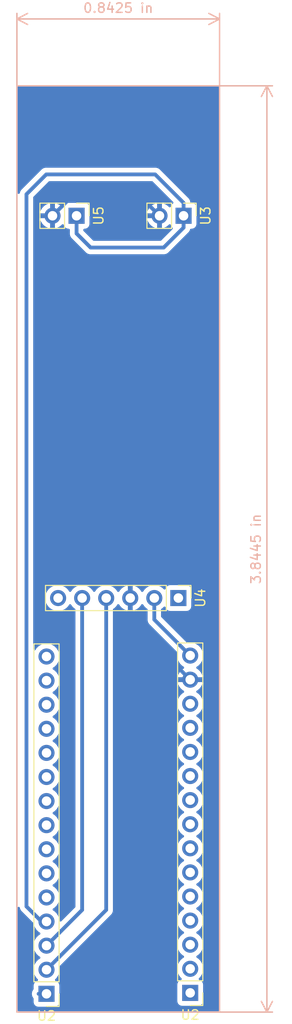
<source format=kicad_pcb>
(kicad_pcb (version 20171130) (host pcbnew "(5.1.5)-3")

  (general
    (thickness 1.6)
    (drawings 9)
    (tracks 28)
    (zones 0)
    (modules 5)
    (nets 6)
  )

  (page A4 portrait)
  (title_block
    (title "Vibrador Arduino por Bluetooth")
    (date 2020-04-06)
    (rev "CARRO, Nahuel ")
    (company "Ojo de Van Gogh")
    (comment 1 "Debe fabricarse en un PCB Flexible")
    (comment 2 "Se utiliza en la muñeca del usuario")
  )

  (layers
    (0 F.Cu signal)
    (31 B.Cu signal)
    (32 B.Adhes user)
    (33 F.Adhes user)
    (34 B.Paste user)
    (35 F.Paste user)
    (36 B.SilkS user)
    (37 F.SilkS user)
    (38 B.Mask user)
    (39 F.Mask user)
    (40 Dwgs.User user)
    (41 Cmts.User user)
    (42 Eco1.User user)
    (43 Eco2.User user)
    (44 Edge.Cuts user)
    (45 Margin user)
    (46 B.CrtYd user)
    (47 F.CrtYd user)
    (48 B.Fab user)
    (49 F.Fab user)
  )

  (setup
    (last_trace_width 0.25)
    (user_trace_width 0.4)
    (trace_clearance 0.2)
    (zone_clearance 0.508)
    (zone_45_only no)
    (trace_min 0.2)
    (via_size 0.8)
    (via_drill 0.4)
    (via_min_size 0.4)
    (via_min_drill 0.3)
    (uvia_size 0.3)
    (uvia_drill 0.1)
    (uvias_allowed no)
    (uvia_min_size 0.2)
    (uvia_min_drill 0.1)
    (edge_width 0.1)
    (segment_width 0.2)
    (pcb_text_width 0.3)
    (pcb_text_size 1.5 1.5)
    (mod_edge_width 0.15)
    (mod_text_size 1 1)
    (mod_text_width 0.15)
    (pad_size 1.7 1.7)
    (pad_drill 1)
    (pad_to_mask_clearance 0)
    (aux_axis_origin 0 0)
    (visible_elements 7FFFFFFF)
    (pcbplotparams
      (layerselection 0x00000_fffffffe)
      (usegerberextensions false)
      (usegerberattributes false)
      (usegerberadvancedattributes false)
      (creategerberjobfile false)
      (excludeedgelayer true)
      (linewidth 0.100000)
      (plotframeref false)
      (viasonmask false)
      (mode 1)
      (useauxorigin false)
      (hpglpennumber 1)
      (hpglpenspeed 20)
      (hpglpendiameter 15.000000)
      (psnegative false)
      (psa4output false)
      (plotreference true)
      (plotvalue true)
      (plotinvisibletext false)
      (padsonsilk false)
      (subtractmaskfromsilk false)
      (outputformat 4)
      (mirror false)
      (drillshape 0)
      (scaleselection 1)
      (outputdirectory ""))
  )

  (net 0 "")
  (net 1 D9)
  (net 2 GND)
  (net 3 VIN)
  (net 4 RX)
  (net 5 TX)

  (net_class Default "Esta es la clase de red por defecto."
    (clearance 0.2)
    (trace_width 0.25)
    (via_dia 0.8)
    (via_drill 0.4)
    (uvia_dia 0.3)
    (uvia_drill 0.1)
    (add_net D9)
    (add_net GND)
    (add_net RX)
    (add_net TX)
    (add_net VIN)
  )

  (module Connector_PinHeader_2.54mm:PinHeader_1x15_P2.54mm_Vertical (layer F.Cu) (tedit 5E8A2D47) (tstamp 5E8A6F50)
    (at 91.711 163.520999 180)
    (descr "Through hole straight pin header, 1x15, 2.54mm pitch, single row")
    (tags "Through hole pin header THT 1x15 2.54mm single row")
    (path /5E6EAAF3)
    (fp_text reference U2 (at 0 -2.33) (layer F.SilkS)
      (effects (font (size 1 1) (thickness 0.15)))
    )
    (fp_text value ArduinoNANO (at 0 37.89) (layer F.Fab)
      (effects (font (size 1 1) (thickness 0.15)))
    )
    (fp_line (start -0.635 -1.27) (end 1.27 -1.27) (layer F.Fab) (width 0.1))
    (fp_line (start 1.27 -1.27) (end 1.27 36.83) (layer F.Fab) (width 0.1))
    (fp_line (start 1.27 36.83) (end -1.27 36.83) (layer F.Fab) (width 0.1))
    (fp_line (start -1.27 36.83) (end -1.27 -0.635) (layer F.Fab) (width 0.1))
    (fp_line (start -1.27 -0.635) (end -0.635 -1.27) (layer F.Fab) (width 0.1))
    (fp_line (start -1.33 36.89) (end 1.33 36.89) (layer F.SilkS) (width 0.12))
    (fp_line (start -1.33 1.27) (end -1.33 36.89) (layer F.SilkS) (width 0.12))
    (fp_line (start 1.33 1.27) (end 1.33 36.89) (layer F.SilkS) (width 0.12))
    (fp_line (start -1.33 1.27) (end 1.33 1.27) (layer F.SilkS) (width 0.12))
    (fp_line (start -1.33 0) (end -1.33 -1.33) (layer F.SilkS) (width 0.12))
    (fp_line (start -1.33 -1.33) (end 0 -1.33) (layer F.SilkS) (width 0.12))
    (fp_line (start -1.8 -1.8) (end -1.8 37.35) (layer F.CrtYd) (width 0.05))
    (fp_line (start -1.8 37.35) (end 1.8 37.35) (layer F.CrtYd) (width 0.05))
    (fp_line (start 1.8 37.35) (end 1.8 -1.8) (layer F.CrtYd) (width 0.05))
    (fp_line (start 1.8 -1.8) (end -1.8 -1.8) (layer F.CrtYd) (width 0.05))
    (fp_text user %R (at 0 17.78 270) (layer F.Fab)
      (effects (font (size 1 1) (thickness 0.15)))
    )
    (pad 1 thru_hole rect (at 0 0 180) (size 1.7 1.7) (drill 1) (layers *.Cu *.Mask))
    (pad 2 thru_hole oval (at 0 2.54 180) (size 1.7 1.7) (drill 1) (layers *.Cu *.Mask)
      (net 4 RX))
    (pad 3 thru_hole oval (at 0 5.08 180) (size 1.7 1.7) (drill 1) (layers *.Cu *.Mask)
      (net 5 TX))
    (pad 4 thru_hole oval (at 0 7.62 180) (size 1.7 1.7) (drill 1) (layers *.Cu *.Mask)
      (net 1 D9))
    (pad 5 thru_hole oval (at 0 10.16 180) (size 1.7 1.7) (drill 1) (layers *.Cu *.Mask))
    (pad 6 thru_hole oval (at 0 12.7 180) (size 1.7 1.7) (drill 1) (layers *.Cu *.Mask))
    (pad 7 thru_hole oval (at 0 15.24 180) (size 1.7 1.7) (drill 1) (layers *.Cu *.Mask))
    (pad 8 thru_hole oval (at 0 17.78 180) (size 1.7 1.7) (drill 1) (layers *.Cu *.Mask))
    (pad 9 thru_hole oval (at 0 20.32 180) (size 1.7 1.7) (drill 1) (layers *.Cu *.Mask))
    (pad 10 thru_hole oval (at 0 22.86 180) (size 1.7 1.7) (drill 1) (layers *.Cu *.Mask))
    (pad 11 thru_hole oval (at 0 25.4 180) (size 1.7 1.7) (drill 1) (layers *.Cu *.Mask))
    (pad 12 thru_hole oval (at 0 27.94 180) (size 1.7 1.7) (drill 1) (layers *.Cu *.Mask))
    (pad 13 thru_hole oval (at 0 30.48 180) (size 1.7 1.7) (drill 1) (layers *.Cu *.Mask))
    (pad 14 thru_hole oval (at 0 33.02 180) (size 1.7 1.7) (drill 1) (layers *.Cu *.Mask))
    (pad 15 thru_hole oval (at 0 35.56 180) (size 1.7 1.7) (drill 1) (layers *.Cu *.Mask))
    (model ${KISYS3DMOD}/Connector_PinHeader_2.54mm.3dshapes/PinHeader_1x15_P2.54mm_Vertical.wrl
      (at (xyz 0 0 0))
      (scale (xyz 1 1 1))
      (rotate (xyz 0 0 0))
    )
  )

  (module Connector_PinHeader_2.54mm:PinHeader_1x15_P2.54mm_Vertical (layer F.Cu) (tedit 5E8A2BAE) (tstamp 5E8A6B2A)
    (at 106.885999 163.420999 180)
    (descr "Through hole straight pin header, 1x15, 2.54mm pitch, single row")
    (tags "Through hole pin header THT 1x15 2.54mm single row")
    (path /5E6EAAF3)
    (fp_text reference U2 (at 0 -2.33) (layer F.SilkS)
      (effects (font (size 1 1) (thickness 0.15)))
    )
    (fp_text value ArduinoNANO (at 0 37.89) (layer F.Fab)
      (effects (font (size 1 1) (thickness 0.15)))
    )
    (fp_text user %R (at 0 17.78 270) (layer F.Fab)
      (effects (font (size 1 1) (thickness 0.15)))
    )
    (fp_line (start 1.8 -1.8) (end -1.8 -1.8) (layer F.CrtYd) (width 0.05))
    (fp_line (start 1.8 37.35) (end 1.8 -1.8) (layer F.CrtYd) (width 0.05))
    (fp_line (start -1.8 37.35) (end 1.8 37.35) (layer F.CrtYd) (width 0.05))
    (fp_line (start -1.8 -1.8) (end -1.8 37.35) (layer F.CrtYd) (width 0.05))
    (fp_line (start -1.33 -1.33) (end 0 -1.33) (layer F.SilkS) (width 0.12))
    (fp_line (start -1.33 0) (end -1.33 -1.33) (layer F.SilkS) (width 0.12))
    (fp_line (start -1.33 1.27) (end 1.33 1.27) (layer F.SilkS) (width 0.12))
    (fp_line (start 1.33 1.27) (end 1.33 36.89) (layer F.SilkS) (width 0.12))
    (fp_line (start -1.33 1.27) (end -1.33 36.89) (layer F.SilkS) (width 0.12))
    (fp_line (start -1.33 36.89) (end 1.33 36.89) (layer F.SilkS) (width 0.12))
    (fp_line (start -1.27 -0.635) (end -0.635 -1.27) (layer F.Fab) (width 0.1))
    (fp_line (start -1.27 36.83) (end -1.27 -0.635) (layer F.Fab) (width 0.1))
    (fp_line (start 1.27 36.83) (end -1.27 36.83) (layer F.Fab) (width 0.1))
    (fp_line (start 1.27 -1.27) (end 1.27 36.83) (layer F.Fab) (width 0.1))
    (fp_line (start -0.635 -1.27) (end 1.27 -1.27) (layer F.Fab) (width 0.1))
    (pad 15 thru_hole oval (at 0 35.56 180) (size 1.7 1.7) (drill 1) (layers *.Cu *.Mask)
      (net 3 VIN))
    (pad 14 thru_hole oval (at 0 33.02 180) (size 1.7 1.7) (drill 1) (layers *.Cu *.Mask)
      (net 2 GND))
    (pad 13 thru_hole oval (at 0 30.48 180) (size 1.7 1.7) (drill 1) (layers *.Cu *.Mask))
    (pad 12 thru_hole oval (at 0 27.94 180) (size 1.7 1.7) (drill 1) (layers *.Cu *.Mask))
    (pad 11 thru_hole oval (at 0 25.4 180) (size 1.7 1.7) (drill 1) (layers *.Cu *.Mask))
    (pad 10 thru_hole oval (at 0 22.86 180) (size 1.7 1.7) (drill 1) (layers *.Cu *.Mask))
    (pad 9 thru_hole oval (at 0 20.32 180) (size 1.7 1.7) (drill 1) (layers *.Cu *.Mask))
    (pad 8 thru_hole oval (at 0 17.78 180) (size 1.7 1.7) (drill 1) (layers *.Cu *.Mask))
    (pad 7 thru_hole oval (at 0 15.24 180) (size 1.7 1.7) (drill 1) (layers *.Cu *.Mask))
    (pad 6 thru_hole oval (at 0 12.7 180) (size 1.7 1.7) (drill 1) (layers *.Cu *.Mask))
    (pad 5 thru_hole oval (at 0 10.16 180) (size 1.7 1.7) (drill 1) (layers *.Cu *.Mask))
    (pad 4 thru_hole oval (at 0 7.62 180) (size 1.7 1.7) (drill 1) (layers *.Cu *.Mask))
    (pad 3 thru_hole oval (at 0 5.08 180) (size 1.7 1.7) (drill 1) (layers *.Cu *.Mask))
    (pad 2 thru_hole oval (at 0 2.54 180) (size 1.7 1.7) (drill 1) (layers *.Cu *.Mask))
    (pad 1 thru_hole rect (at 0 0 180) (size 1.7 1.7) (drill 1) (layers *.Cu *.Mask))
    (model ${KISYS3DMOD}/Connector_PinHeader_2.54mm.3dshapes/PinHeader_1x15_P2.54mm_Vertical.wrl
      (at (xyz 0 0 0))
      (scale (xyz 1 1 1))
      (rotate (xyz 0 0 0))
    )
  )

  (module Connector_PinHeader_2.54mm:PinHeader_1x02_P2.54mm_Vertical (layer F.Cu) (tedit 59FED5CC) (tstamp 5E8A74AF)
    (at 106.186 81.496 270)
    (descr "Through hole straight pin header, 1x02, 2.54mm pitch, single row")
    (tags "Through hole pin header THT 1x02 2.54mm single row")
    (path /5E6F1D29)
    (fp_text reference U3 (at 0 -2.33 270) (layer F.SilkS)
      (effects (font (size 1 1) (thickness 0.15)))
    )
    (fp_text value Buzzer (at 0 4.87 270) (layer F.Fab)
      (effects (font (size 1 1) (thickness 0.15)))
    )
    (fp_line (start -0.635 -1.27) (end 1.27 -1.27) (layer F.Fab) (width 0.1))
    (fp_line (start 1.27 -1.27) (end 1.27 3.81) (layer F.Fab) (width 0.1))
    (fp_line (start 1.27 3.81) (end -1.27 3.81) (layer F.Fab) (width 0.1))
    (fp_line (start -1.27 3.81) (end -1.27 -0.635) (layer F.Fab) (width 0.1))
    (fp_line (start -1.27 -0.635) (end -0.635 -1.27) (layer F.Fab) (width 0.1))
    (fp_line (start -1.33 3.87) (end 1.33 3.87) (layer F.SilkS) (width 0.12))
    (fp_line (start -1.33 1.27) (end -1.33 3.87) (layer F.SilkS) (width 0.12))
    (fp_line (start 1.33 1.27) (end 1.33 3.87) (layer F.SilkS) (width 0.12))
    (fp_line (start -1.33 1.27) (end 1.33 1.27) (layer F.SilkS) (width 0.12))
    (fp_line (start -1.33 0) (end -1.33 -1.33) (layer F.SilkS) (width 0.12))
    (fp_line (start -1.33 -1.33) (end 0 -1.33) (layer F.SilkS) (width 0.12))
    (fp_line (start -1.8 -1.8) (end -1.8 4.35) (layer F.CrtYd) (width 0.05))
    (fp_line (start -1.8 4.35) (end 1.8 4.35) (layer F.CrtYd) (width 0.05))
    (fp_line (start 1.8 4.35) (end 1.8 -1.8) (layer F.CrtYd) (width 0.05))
    (fp_line (start 1.8 -1.8) (end -1.8 -1.8) (layer F.CrtYd) (width 0.05))
    (fp_text user %R (at 0 1.27 180) (layer F.Fab)
      (effects (font (size 1 1) (thickness 0.15)))
    )
    (pad 1 thru_hole rect (at 0 0 270) (size 1.7 1.7) (drill 1) (layers *.Cu *.Mask)
      (net 1 D9))
    (pad 2 thru_hole oval (at 0 2.54 270) (size 1.7 1.7) (drill 1) (layers *.Cu *.Mask)
      (net 2 GND))
    (model ${KISYS3DMOD}/Connector_PinHeader_2.54mm.3dshapes/PinHeader_1x02_P2.54mm_Vertical.wrl
      (at (xyz 0 0 0))
      (scale (xyz 1 1 1))
      (rotate (xyz 0 0 0))
    )
  )

  (module Connector_PinHeader_2.54mm:PinHeader_1x02_P2.54mm_Vertical (layer F.Cu) (tedit 59FED5CC) (tstamp 5E8A6A5C)
    (at 94.886 81.496 270)
    (descr "Through hole straight pin header, 1x02, 2.54mm pitch, single row")
    (tags "Through hole pin header THT 1x02 2.54mm single row")
    (path /5E8A4DBD)
    (fp_text reference U5 (at 0 -2.33 270) (layer F.SilkS)
      (effects (font (size 1 1) (thickness 0.15)))
    )
    (fp_text value Buzzer (at 0 4.87 270) (layer F.Fab)
      (effects (font (size 1 1) (thickness 0.15)))
    )
    (fp_text user %R (at 0 1.27 180) (layer F.Fab)
      (effects (font (size 1 1) (thickness 0.15)))
    )
    (fp_line (start 1.8 -1.8) (end -1.8 -1.8) (layer F.CrtYd) (width 0.05))
    (fp_line (start 1.8 4.35) (end 1.8 -1.8) (layer F.CrtYd) (width 0.05))
    (fp_line (start -1.8 4.35) (end 1.8 4.35) (layer F.CrtYd) (width 0.05))
    (fp_line (start -1.8 -1.8) (end -1.8 4.35) (layer F.CrtYd) (width 0.05))
    (fp_line (start -1.33 -1.33) (end 0 -1.33) (layer F.SilkS) (width 0.12))
    (fp_line (start -1.33 0) (end -1.33 -1.33) (layer F.SilkS) (width 0.12))
    (fp_line (start -1.33 1.27) (end 1.33 1.27) (layer F.SilkS) (width 0.12))
    (fp_line (start 1.33 1.27) (end 1.33 3.87) (layer F.SilkS) (width 0.12))
    (fp_line (start -1.33 1.27) (end -1.33 3.87) (layer F.SilkS) (width 0.12))
    (fp_line (start -1.33 3.87) (end 1.33 3.87) (layer F.SilkS) (width 0.12))
    (fp_line (start -1.27 -0.635) (end -0.635 -1.27) (layer F.Fab) (width 0.1))
    (fp_line (start -1.27 3.81) (end -1.27 -0.635) (layer F.Fab) (width 0.1))
    (fp_line (start 1.27 3.81) (end -1.27 3.81) (layer F.Fab) (width 0.1))
    (fp_line (start 1.27 -1.27) (end 1.27 3.81) (layer F.Fab) (width 0.1))
    (fp_line (start -0.635 -1.27) (end 1.27 -1.27) (layer F.Fab) (width 0.1))
    (pad 2 thru_hole oval (at 0 2.54 270) (size 1.7 1.7) (drill 1) (layers *.Cu *.Mask)
      (net 2 GND))
    (pad 1 thru_hole rect (at 0 0 270) (size 1.7 1.7) (drill 1) (layers *.Cu *.Mask)
      (net 1 D9))
    (model ${KISYS3DMOD}/Connector_PinHeader_2.54mm.3dshapes/PinHeader_1x02_P2.54mm_Vertical.wrl
      (at (xyz 0 0 0))
      (scale (xyz 1 1 1))
      (rotate (xyz 0 0 0))
    )
  )

  (module Connector_PinHeader_2.54mm:PinHeader_1x06_P2.54mm_Vertical (layer F.Cu) (tedit 5E8A28D7) (tstamp 5E8A7B30)
    (at 105.636 121.796 270)
    (descr "Through hole straight pin header, 1x06, 2.54mm pitch, single row")
    (tags "Through hole pin header THT 1x06 2.54mm single row")
    (path /5E6EC1C3)
    (fp_text reference U4 (at 0 -2.33 270) (layer F.SilkS)
      (effects (font (size 1 1) (thickness 0.15)))
    )
    (fp_text value HC-05 (at 0 15.03 270) (layer F.Fab)
      (effects (font (size 1 1) (thickness 0.15)))
    )
    (fp_line (start -0.635 -1.27) (end 1.27 -1.27) (layer F.Fab) (width 0.1))
    (fp_line (start 1.27 -1.27) (end 1.27 13.97) (layer F.Fab) (width 0.1))
    (fp_line (start 1.27 13.97) (end -1.27 13.97) (layer F.Fab) (width 0.1))
    (fp_line (start -1.27 13.97) (end -1.27 -0.635) (layer F.Fab) (width 0.1))
    (fp_line (start -1.27 -0.635) (end -0.635 -1.27) (layer F.Fab) (width 0.1))
    (fp_line (start -1.33 14.03) (end 1.33 14.03) (layer F.SilkS) (width 0.12))
    (fp_line (start -1.33 1.27) (end -1.33 14.03) (layer F.SilkS) (width 0.12))
    (fp_line (start 1.33 1.27) (end 1.33 14.03) (layer F.SilkS) (width 0.12))
    (fp_line (start -1.33 1.27) (end 1.33 1.27) (layer F.SilkS) (width 0.12))
    (fp_line (start -1.33 0) (end -1.33 -1.33) (layer F.SilkS) (width 0.12))
    (fp_line (start -1.33 -1.33) (end 0 -1.33) (layer F.SilkS) (width 0.12))
    (fp_line (start -1.8 -1.8) (end -1.8 14.5) (layer F.CrtYd) (width 0.05))
    (fp_line (start -1.8 14.5) (end 1.8 14.5) (layer F.CrtYd) (width 0.05))
    (fp_line (start 1.8 14.5) (end 1.8 -1.8) (layer F.CrtYd) (width 0.05))
    (fp_line (start 1.8 -1.8) (end -1.8 -1.8) (layer F.CrtYd) (width 0.05))
    (fp_text user %R (at 0 6.35 180) (layer F.Fab)
      (effects (font (size 1 1) (thickness 0.15)))
    )
    (pad 1 thru_hole rect (at 0 0 270) (size 1.7 1.7) (drill 1) (layers *.Cu *.Mask))
    (pad 2 thru_hole oval (at 0 2.54 270) (size 1.7 1.7) (drill 1) (layers *.Cu *.Mask)
      (net 3 VIN))
    (pad 3 thru_hole oval (at 0 5.08 270) (size 1.7 1.7) (drill 1) (layers *.Cu *.Mask)
      (net 2 GND))
    (pad 4 thru_hole oval (at 0 7.62 270) (size 1.7 1.7) (drill 1) (layers *.Cu *.Mask)
      (net 4 RX))
    (pad 5 thru_hole oval (at 0 10.16 270) (size 1.7 1.7) (drill 1) (layers *.Cu *.Mask)
      (net 5 TX))
    (pad 6 thru_hole oval (at 0 12.7 270) (size 1.7 1.7) (drill 1) (layers *.Cu *.Mask))
    (model ${KISYS3DMOD}/Connector_PinHeader_2.54mm.3dshapes/PinHeader_1x06_P2.54mm_Vertical.wrl
      (at (xyz 0 0 0))
      (scale (xyz 1 1 1))
      (rotate (xyz 0 0 0))
    )
  )

  (dimension 21.4 (width 0.15) (layer B.SilkS)
    (gr_text "21,400 mm" (at 99.286 59.446) (layer B.SilkS)
      (effects (font (size 1 1) (thickness 0.15)))
    )
    (feature1 (pts (xy 109.986 67.796) (xy 109.986 60.159579)))
    (feature2 (pts (xy 88.586 67.796) (xy 88.586 60.159579)))
    (crossbar (pts (xy 88.586 60.746) (xy 109.986 60.746)))
    (arrow1a (pts (xy 109.986 60.746) (xy 108.859496 61.332421)))
    (arrow1b (pts (xy 109.986 60.746) (xy 108.859496 60.159579)))
    (arrow2a (pts (xy 88.586 60.746) (xy 89.712504 61.332421)))
    (arrow2b (pts (xy 88.586 60.746) (xy 89.712504 60.159579)))
  )
  (dimension 97.65 (width 0.15) (layer B.SilkS)
    (gr_text "97,650 mm" (at 116.286 116.621 90) (layer B.SilkS)
      (effects (font (size 1 1) (thickness 0.15)))
    )
    (feature1 (pts (xy 109.986 67.796) (xy 115.572421 67.796)))
    (feature2 (pts (xy 109.986 165.446) (xy 115.572421 165.446)))
    (crossbar (pts (xy 114.986 165.446) (xy 114.986 67.796)))
    (arrow1a (pts (xy 114.986 67.796) (xy 115.572421 68.922504)))
    (arrow1b (pts (xy 114.986 67.796) (xy 114.399579 68.922504)))
    (arrow2a (pts (xy 114.986 165.446) (xy 115.572421 164.319496)))
    (arrow2b (pts (xy 114.986 165.446) (xy 114.399579 164.319496)))
  )
  (gr_line (start 109.986 165.446) (end 109.986 83.296) (layer B.SilkS) (width 0.15))
  (gr_line (start 88.586 165.446) (end 109.986 165.446) (layer B.SilkS) (width 0.15))
  (gr_line (start 88.586 83.196) (end 88.586 165.446) (layer B.SilkS) (width 0.15))
  (gr_line (start 108.086 67.796) (end 109.986 67.796) (layer B.SilkS) (width 0.15))
  (gr_line (start 109.986 83.296) (end 109.986 67.796) (layer B.SilkS) (width 0.15))
  (gr_line (start 88.586 67.796) (end 108.086 67.796) (layer B.SilkS) (width 0.15))
  (gr_line (start 88.586 83.196) (end 88.586 67.796) (layer B.SilkS) (width 0.15))

  (segment (start 90.876999 163.520999) (end 91.186 163.520999) (width 0.4) (layer B.Cu) (net 0))
  (segment (start 94.886 83.366) (end 94.886 81.496) (width 0.4) (layer B.Cu) (net 1))
  (segment (start 96.366 84.846) (end 94.886 83.366) (width 0.4) (layer B.Cu) (net 1))
  (segment (start 104.086 84.846) (end 96.366 84.846) (width 0.4) (layer B.Cu) (net 1))
  (segment (start 106.186 81.496) (end 106.186 82.746) (width 0.4) (layer B.Cu) (net 1))
  (segment (start 106.186 82.746) (end 104.086 84.846) (width 0.4) (layer B.Cu) (net 1))
  (segment (start 90.336001 155.051) (end 91.186 155.900999) (width 0.4) (layer B.Cu) (net 1))
  (segment (start 106.186 80.136) (end 103.186 77.136) (width 0.4) (layer B.Cu) (net 1))
  (segment (start 106.186 82.746) (end 106.186 80.136) (width 0.4) (layer B.Cu) (net 1))
  (segment (start 103.186 77.136) (end 91.686 77.136) (width 0.4) (layer B.Cu) (net 1))
  (segment (start 91.686 77.136) (end 89.596 79.226) (width 0.4) (layer B.Cu) (net 1))
  (segment (start 89.596 79.226) (end 89.596 154.310999) (width 0.4) (layer B.Cu) (net 1))
  (segment (start 89.596 154.310999) (end 90.336001 155.051) (width 0.4) (layer B.Cu) (net 1))
  (segment (start 103.646 81.496) (end 101.446 79.296) (width 0.4) (layer B.Cu) (net 2))
  (segment (start 94.546 79.296) (end 92.346 81.496) (width 0.4) (layer B.Cu) (net 2))
  (segment (start 101.446 79.296) (end 94.546 79.296) (width 0.4) (layer B.Cu) (net 2))
  (segment (start 100.556 121.796) (end 100.556 94.46) (width 0.4) (layer B.Cu) (net 2))
  (segment (start 92.346 86.25) (end 92.346 81.496) (width 0.4) (layer B.Cu) (net 2))
  (segment (start 100.556 94.46) (end 92.346 86.25) (width 0.4) (layer B.Cu) (net 2))
  (segment (start 106.885999 130.400999) (end 101.081 124.596) (width 0.4) (layer B.Cu) (net 2))
  (segment (start 100.556 124.071) (end 101.081 124.596) (width 0.4) (layer B.Cu) (net 2))
  (segment (start 100.556 121.796) (end 100.556 124.071) (width 0.4) (layer B.Cu) (net 2))
  (segment (start 103.096 124.071) (end 103.096 121.796) (width 0.4) (layer B.Cu) (net 3))
  (segment (start 106.885999 127.860999) (end 103.096 124.071) (width 0.4) (layer B.Cu) (net 3))
  (segment (start 98.016 154.675999) (end 91.711 160.980999) (width 0.4) (layer B.Cu) (net 4))
  (segment (start 98.016 121.796) (end 98.016 154.675999) (width 0.4) (layer B.Cu) (net 4))
  (segment (start 95.476 154.675999) (end 95.476 121.796) (width 0.4) (layer B.Cu) (net 5))
  (segment (start 91.711 158.440999) (end 95.476 154.675999) (width 0.4) (layer B.Cu) (net 5))

  (zone (net 2) (net_name GND) (layer B.Cu) (tstamp 5E8B3039) (hatch edge 0.508)
    (connect_pads (clearance 0.508))
    (min_thickness 0.254)
    (fill yes (arc_segments 32) (thermal_gap 0.508) (thermal_bridge_width 0.508))
    (polygon
      (pts
        (xy 109.982 165.354) (xy 88.646 165.354) (xy 88.646 67.818) (xy 109.982 67.818)
      )
    )
    (filled_polygon
      (pts
        (xy 109.855 165.227) (xy 88.773 165.227) (xy 88.773 154.473854) (xy 88.773082 154.474687) (xy 88.820828 154.632085)
        (xy 88.898364 154.777144) (xy 88.921907 154.805831) (xy 89.00271 154.90429) (xy 89.034574 154.93044) (xy 89.774571 155.670438)
        (xy 89.774576 155.670442) (xy 90.244525 156.140392) (xy 90.283068 156.334157) (xy 90.39501 156.60441) (xy 90.557525 156.847631)
        (xy 90.764368 157.054474) (xy 90.93876 157.170999) (xy 90.764368 157.287524) (xy 90.557525 157.494367) (xy 90.39501 157.737588)
        (xy 90.283068 158.007841) (xy 90.226 158.294739) (xy 90.226 158.587259) (xy 90.283068 158.874157) (xy 90.39501 159.14441)
        (xy 90.557525 159.387631) (xy 90.764368 159.594474) (xy 90.93876 159.710999) (xy 90.764368 159.827524) (xy 90.557525 160.034367)
        (xy 90.39501 160.277588) (xy 90.283068 160.547841) (xy 90.226 160.834739) (xy 90.226 161.127259) (xy 90.283068 161.414157)
        (xy 90.39501 161.68441) (xy 90.557525 161.927631) (xy 90.68938 162.059486) (xy 90.61682 162.081497) (xy 90.506506 162.140462)
        (xy 90.409815 162.219814) (xy 90.330463 162.316505) (xy 90.271498 162.426819) (xy 90.235188 162.546517) (xy 90.222928 162.670999)
        (xy 90.222928 163.001769) (xy 90.179363 163.054853) (xy 90.101827 163.199912) (xy 90.054081 163.35731) (xy 90.037959 163.520999)
        (xy 90.054081 163.684688) (xy 90.101827 163.842086) (xy 90.179363 163.987145) (xy 90.222928 164.040229) (xy 90.222928 164.370999)
        (xy 90.235188 164.495481) (xy 90.271498 164.615179) (xy 90.330463 164.725493) (xy 90.409815 164.822184) (xy 90.506506 164.901536)
        (xy 90.61682 164.960501) (xy 90.736518 164.996811) (xy 90.861 165.009071) (xy 92.561 165.009071) (xy 92.685482 164.996811)
        (xy 92.80518 164.960501) (xy 92.915494 164.901536) (xy 93.012185 164.822184) (xy 93.091537 164.725493) (xy 93.150502 164.615179)
        (xy 93.186812 164.495481) (xy 93.199072 164.370999) (xy 93.199072 162.670999) (xy 93.189224 162.570999) (xy 105.397927 162.570999)
        (xy 105.397927 164.270999) (xy 105.410187 164.395481) (xy 105.446497 164.515179) (xy 105.505462 164.625493) (xy 105.584814 164.722184)
        (xy 105.681505 164.801536) (xy 105.791819 164.860501) (xy 105.911517 164.896811) (xy 106.035999 164.909071) (xy 107.735999 164.909071)
        (xy 107.860481 164.896811) (xy 107.980179 164.860501) (xy 108.090493 164.801536) (xy 108.187184 164.722184) (xy 108.266536 164.625493)
        (xy 108.325501 164.515179) (xy 108.361811 164.395481) (xy 108.374071 164.270999) (xy 108.374071 162.570999) (xy 108.361811 162.446517)
        (xy 108.325501 162.326819) (xy 108.266536 162.216505) (xy 108.187184 162.119814) (xy 108.090493 162.040462) (xy 107.980179 161.981497)
        (xy 107.907619 161.959486) (xy 108.039474 161.827631) (xy 108.201989 161.58441) (xy 108.313931 161.314157) (xy 108.370999 161.027259)
        (xy 108.370999 160.734739) (xy 108.313931 160.447841) (xy 108.201989 160.177588) (xy 108.039474 159.934367) (xy 107.832631 159.727524)
        (xy 107.658239 159.610999) (xy 107.832631 159.494474) (xy 108.039474 159.287631) (xy 108.201989 159.04441) (xy 108.313931 158.774157)
        (xy 108.370999 158.487259) (xy 108.370999 158.194739) (xy 108.313931 157.907841) (xy 108.201989 157.637588) (xy 108.039474 157.394367)
        (xy 107.832631 157.187524) (xy 107.658239 157.070999) (xy 107.832631 156.954474) (xy 108.039474 156.747631) (xy 108.201989 156.50441)
        (xy 108.313931 156.234157) (xy 108.370999 155.947259) (xy 108.370999 155.654739) (xy 108.313931 155.367841) (xy 108.201989 155.097588)
        (xy 108.039474 154.854367) (xy 107.832631 154.647524) (xy 107.658239 154.530999) (xy 107.832631 154.414474) (xy 108.039474 154.207631)
        (xy 108.201989 153.96441) (xy 108.313931 153.694157) (xy 108.370999 153.407259) (xy 108.370999 153.114739) (xy 108.313931 152.827841)
        (xy 108.201989 152.557588) (xy 108.039474 152.314367) (xy 107.832631 152.107524) (xy 107.658239 151.990999) (xy 107.832631 151.874474)
        (xy 108.039474 151.667631) (xy 108.201989 151.42441) (xy 108.313931 151.154157) (xy 108.370999 150.867259) (xy 108.370999 150.574739)
        (xy 108.313931 150.287841) (xy 108.201989 150.017588) (xy 108.039474 149.774367) (xy 107.832631 149.567524) (xy 107.658239 149.450999)
        (xy 107.832631 149.334474) (xy 108.039474 149.127631) (xy 108.201989 148.88441) (xy 108.313931 148.614157) (xy 108.370999 148.327259)
        (xy 108.370999 148.034739) (xy 108.313931 147.747841) (xy 108.201989 147.477588) (xy 108.039474 147.234367) (xy 107.832631 147.027524)
        (xy 107.658239 146.910999) (xy 107.832631 146.794474) (xy 108.039474 146.587631) (xy 108.201989 146.34441) (xy 108.313931 146.074157)
        (xy 108.370999 145.787259) (xy 108.370999 145.494739) (xy 108.313931 145.207841) (xy 108.201989 144.937588) (xy 108.039474 144.694367)
        (xy 107.832631 144.487524) (xy 107.658239 144.370999) (xy 107.832631 144.254474) (xy 108.039474 144.047631) (xy 108.201989 143.80441)
        (xy 108.313931 143.534157) (xy 108.370999 143.247259) (xy 108.370999 142.954739) (xy 108.313931 142.667841) (xy 108.201989 142.397588)
        (xy 108.039474 142.154367) (xy 107.832631 141.947524) (xy 107.658239 141.830999) (xy 107.832631 141.714474) (xy 108.039474 141.507631)
        (xy 108.201989 141.26441) (xy 108.313931 140.994157) (xy 108.370999 140.707259) (xy 108.370999 140.414739) (xy 108.313931 140.127841)
        (xy 108.201989 139.857588) (xy 108.039474 139.614367) (xy 107.832631 139.407524) (xy 107.658239 139.290999) (xy 107.832631 139.174474)
        (xy 108.039474 138.967631) (xy 108.201989 138.72441) (xy 108.313931 138.454157) (xy 108.370999 138.167259) (xy 108.370999 137.874739)
        (xy 108.313931 137.587841) (xy 108.201989 137.317588) (xy 108.039474 137.074367) (xy 107.832631 136.867524) (xy 107.658239 136.750999)
        (xy 107.832631 136.634474) (xy 108.039474 136.427631) (xy 108.201989 136.18441) (xy 108.313931 135.914157) (xy 108.370999 135.627259)
        (xy 108.370999 135.334739) (xy 108.313931 135.047841) (xy 108.201989 134.777588) (xy 108.039474 134.534367) (xy 107.832631 134.327524)
        (xy 107.658239 134.210999) (xy 107.832631 134.094474) (xy 108.039474 133.887631) (xy 108.201989 133.64441) (xy 108.313931 133.374157)
        (xy 108.370999 133.087259) (xy 108.370999 132.794739) (xy 108.313931 132.507841) (xy 108.201989 132.237588) (xy 108.039474 131.994367)
        (xy 107.832631 131.787524) (xy 107.650465 131.665804) (xy 107.767354 131.596177) (xy 107.983587 131.401268) (xy 108.15764 131.167919)
        (xy 108.282824 130.905098) (xy 108.327475 130.757889) (xy 108.206154 130.527999) (xy 107.012999 130.527999) (xy 107.012999 130.547999)
        (xy 106.758999 130.547999) (xy 106.758999 130.527999) (xy 105.565844 130.527999) (xy 105.444523 130.757889) (xy 105.489174 130.905098)
        (xy 105.614358 131.167919) (xy 105.788411 131.401268) (xy 106.004644 131.596177) (xy 106.121533 131.665804) (xy 105.939367 131.787524)
        (xy 105.732524 131.994367) (xy 105.570009 132.237588) (xy 105.458067 132.507841) (xy 105.400999 132.794739) (xy 105.400999 133.087259)
        (xy 105.458067 133.374157) (xy 105.570009 133.64441) (xy 105.732524 133.887631) (xy 105.939367 134.094474) (xy 106.113759 134.210999)
        (xy 105.939367 134.327524) (xy 105.732524 134.534367) (xy 105.570009 134.777588) (xy 105.458067 135.047841) (xy 105.400999 135.334739)
        (xy 105.400999 135.627259) (xy 105.458067 135.914157) (xy 105.570009 136.18441) (xy 105.732524 136.427631) (xy 105.939367 136.634474)
        (xy 106.113759 136.750999) (xy 105.939367 136.867524) (xy 105.732524 137.074367) (xy 105.570009 137.317588) (xy 105.458067 137.587841)
        (xy 105.400999 137.874739) (xy 105.400999 138.167259) (xy 105.458067 138.454157) (xy 105.570009 138.72441) (xy 105.732524 138.967631)
        (xy 105.939367 139.174474) (xy 106.113759 139.290999) (xy 105.939367 139.407524) (xy 105.732524 139.614367) (xy 105.570009 139.857588)
        (xy 105.458067 140.127841) (xy 105.400999 140.414739) (xy 105.400999 140.707259) (xy 105.458067 140.994157) (xy 105.570009 141.26441)
        (xy 105.732524 141.507631) (xy 105.939367 141.714474) (xy 106.113759 141.830999) (xy 105.939367 141.947524) (xy 105.732524 142.154367)
        (xy 105.570009 142.397588) (xy 105.458067 142.667841) (xy 105.400999 142.954739) (xy 105.400999 143.247259) (xy 105.458067 143.534157)
        (xy 105.570009 143.80441) (xy 105.732524 144.047631) (xy 105.939367 144.254474) (xy 106.113759 144.370999) (xy 105.939367 144.487524)
        (xy 105.732524 144.694367) (xy 105.570009 144.937588) (xy 105.458067 145.207841) (xy 105.400999 145.494739) (xy 105.400999 145.787259)
        (xy 105.458067 146.074157) (xy 105.570009 146.34441) (xy 105.732524 146.587631) (xy 105.939367 146.794474) (xy 106.113759 146.910999)
        (xy 105.939367 147.027524) (xy 105.732524 147.234367) (xy 105.570009 147.477588) (xy 105.458067 147.747841) (xy 105.400999 148.034739)
        (xy 105.400999 148.327259) (xy 105.458067 148.614157) (xy 105.570009 148.88441) (xy 105.732524 149.127631) (xy 105.939367 149.334474)
        (xy 106.113759 149.450999) (xy 105.939367 149.567524) (xy 105.732524 149.774367) (xy 105.570009 150.017588) (xy 105.458067 150.287841)
        (xy 105.400999 150.574739) (xy 105.400999 150.867259) (xy 105.458067 151.154157) (xy 105.570009 151.42441) (xy 105.732524 151.667631)
        (xy 105.939367 151.874474) (xy 106.113759 151.990999) (xy 105.939367 152.107524) (xy 105.732524 152.314367) (xy 105.570009 152.557588)
        (xy 105.458067 152.827841) (xy 105.400999 153.114739) (xy 105.400999 153.407259) (xy 105.458067 153.694157) (xy 105.570009 153.96441)
        (xy 105.732524 154.207631) (xy 105.939367 154.414474) (xy 106.113759 154.530999) (xy 105.939367 154.647524) (xy 105.732524 154.854367)
        (xy 105.570009 155.097588) (xy 105.458067 155.367841) (xy 105.400999 155.654739) (xy 105.400999 155.947259) (xy 105.458067 156.234157)
        (xy 105.570009 156.50441) (xy 105.732524 156.747631) (xy 105.939367 156.954474) (xy 106.113759 157.070999) (xy 105.939367 157.187524)
        (xy 105.732524 157.394367) (xy 105.570009 157.637588) (xy 105.458067 157.907841) (xy 105.400999 158.194739) (xy 105.400999 158.487259)
        (xy 105.458067 158.774157) (xy 105.570009 159.04441) (xy 105.732524 159.287631) (xy 105.939367 159.494474) (xy 106.113759 159.610999)
        (xy 105.939367 159.727524) (xy 105.732524 159.934367) (xy 105.570009 160.177588) (xy 105.458067 160.447841) (xy 105.400999 160.734739)
        (xy 105.400999 161.027259) (xy 105.458067 161.314157) (xy 105.570009 161.58441) (xy 105.732524 161.827631) (xy 105.864379 161.959486)
        (xy 105.791819 161.981497) (xy 105.681505 162.040462) (xy 105.584814 162.119814) (xy 105.505462 162.216505) (xy 105.446497 162.326819)
        (xy 105.410187 162.446517) (xy 105.397927 162.570999) (xy 93.189224 162.570999) (xy 93.186812 162.546517) (xy 93.150502 162.426819)
        (xy 93.091537 162.316505) (xy 93.012185 162.219814) (xy 92.915494 162.140462) (xy 92.80518 162.081497) (xy 92.73262 162.059486)
        (xy 92.864475 161.927631) (xy 93.02699 161.68441) (xy 93.138932 161.414157) (xy 93.196 161.127259) (xy 93.196 160.834739)
        (xy 93.169807 160.703059) (xy 98.577432 155.295436) (xy 98.609291 155.26929) (xy 98.654103 155.214687) (xy 98.668135 155.197588)
        (xy 98.713636 155.142145) (xy 98.791172 154.997086) (xy 98.838918 154.839688) (xy 98.851 154.717018) (xy 98.851 154.717017)
        (xy 98.85504 154.675999) (xy 98.851 154.634981) (xy 98.851 123.024065) (xy 98.962632 122.949475) (xy 99.169475 122.742632)
        (xy 99.291195 122.560466) (xy 99.360822 122.677355) (xy 99.555731 122.893588) (xy 99.78908 123.067641) (xy 100.051901 123.192825)
        (xy 100.19911 123.237476) (xy 100.429 123.116155) (xy 100.429 121.923) (xy 100.409 121.923) (xy 100.409 121.669)
        (xy 100.429 121.669) (xy 100.429 120.475845) (xy 100.683 120.475845) (xy 100.683 121.669) (xy 100.703 121.669)
        (xy 100.703 121.923) (xy 100.683 121.923) (xy 100.683 123.116155) (xy 100.91289 123.237476) (xy 101.060099 123.192825)
        (xy 101.32292 123.067641) (xy 101.556269 122.893588) (xy 101.751178 122.677355) (xy 101.820805 122.560466) (xy 101.942525 122.742632)
        (xy 102.149368 122.949475) (xy 102.261 123.024065) (xy 102.261 124.029981) (xy 102.25696 124.071) (xy 102.261 124.112018)
        (xy 102.273082 124.234688) (xy 102.320828 124.392086) (xy 102.398364 124.537145) (xy 102.502709 124.664291) (xy 102.534579 124.690446)
        (xy 105.427192 127.58306) (xy 105.400999 127.714739) (xy 105.400999 128.007259) (xy 105.458067 128.294157) (xy 105.570009 128.56441)
        (xy 105.732524 128.807631) (xy 105.939367 129.014474) (xy 106.121533 129.136194) (xy 106.004644 129.205821) (xy 105.788411 129.40073)
        (xy 105.614358 129.634079) (xy 105.489174 129.8969) (xy 105.444523 130.044109) (xy 105.565844 130.273999) (xy 106.758999 130.273999)
        (xy 106.758999 130.253999) (xy 107.012999 130.253999) (xy 107.012999 130.273999) (xy 108.206154 130.273999) (xy 108.327475 130.044109)
        (xy 108.282824 129.8969) (xy 108.15764 129.634079) (xy 107.983587 129.40073) (xy 107.767354 129.205821) (xy 107.650465 129.136194)
        (xy 107.832631 129.014474) (xy 108.039474 128.807631) (xy 108.201989 128.56441) (xy 108.313931 128.294157) (xy 108.370999 128.007259)
        (xy 108.370999 127.714739) (xy 108.313931 127.427841) (xy 108.201989 127.157588) (xy 108.039474 126.914367) (xy 107.832631 126.707524)
        (xy 107.58941 126.545009) (xy 107.319157 126.433067) (xy 107.032259 126.375999) (xy 106.739739 126.375999) (xy 106.60806 126.402192)
        (xy 103.931 123.725133) (xy 103.931 123.024065) (xy 104.042632 122.949475) (xy 104.174487 122.81762) (xy 104.196498 122.89018)
        (xy 104.255463 123.000494) (xy 104.334815 123.097185) (xy 104.431506 123.176537) (xy 104.54182 123.235502) (xy 104.661518 123.271812)
        (xy 104.786 123.284072) (xy 106.486 123.284072) (xy 106.610482 123.271812) (xy 106.73018 123.235502) (xy 106.840494 123.176537)
        (xy 106.937185 123.097185) (xy 107.016537 123.000494) (xy 107.075502 122.89018) (xy 107.111812 122.770482) (xy 107.124072 122.646)
        (xy 107.124072 120.946) (xy 107.111812 120.821518) (xy 107.075502 120.70182) (xy 107.016537 120.591506) (xy 106.937185 120.494815)
        (xy 106.840494 120.415463) (xy 106.73018 120.356498) (xy 106.610482 120.320188) (xy 106.486 120.307928) (xy 104.786 120.307928)
        (xy 104.661518 120.320188) (xy 104.54182 120.356498) (xy 104.431506 120.415463) (xy 104.334815 120.494815) (xy 104.255463 120.591506)
        (xy 104.196498 120.70182) (xy 104.174487 120.77438) (xy 104.042632 120.642525) (xy 103.799411 120.48001) (xy 103.529158 120.368068)
        (xy 103.24226 120.311) (xy 102.94974 120.311) (xy 102.662842 120.368068) (xy 102.392589 120.48001) (xy 102.149368 120.642525)
        (xy 101.942525 120.849368) (xy 101.820805 121.031534) (xy 101.751178 120.914645) (xy 101.556269 120.698412) (xy 101.32292 120.524359)
        (xy 101.060099 120.399175) (xy 100.91289 120.354524) (xy 100.683 120.475845) (xy 100.429 120.475845) (xy 100.19911 120.354524)
        (xy 100.051901 120.399175) (xy 99.78908 120.524359) (xy 99.555731 120.698412) (xy 99.360822 120.914645) (xy 99.291195 121.031534)
        (xy 99.169475 120.849368) (xy 98.962632 120.642525) (xy 98.719411 120.48001) (xy 98.449158 120.368068) (xy 98.16226 120.311)
        (xy 97.86974 120.311) (xy 97.582842 120.368068) (xy 97.312589 120.48001) (xy 97.069368 120.642525) (xy 96.862525 120.849368)
        (xy 96.746 121.02376) (xy 96.629475 120.849368) (xy 96.422632 120.642525) (xy 96.179411 120.48001) (xy 95.909158 120.368068)
        (xy 95.62226 120.311) (xy 95.32974 120.311) (xy 95.042842 120.368068) (xy 94.772589 120.48001) (xy 94.529368 120.642525)
        (xy 94.322525 120.849368) (xy 94.206 121.02376) (xy 94.089475 120.849368) (xy 93.882632 120.642525) (xy 93.639411 120.48001)
        (xy 93.369158 120.368068) (xy 93.08226 120.311) (xy 92.78974 120.311) (xy 92.502842 120.368068) (xy 92.232589 120.48001)
        (xy 91.989368 120.642525) (xy 91.782525 120.849368) (xy 91.62001 121.092589) (xy 91.508068 121.362842) (xy 91.451 121.64974)
        (xy 91.451 121.94226) (xy 91.508068 122.229158) (xy 91.62001 122.499411) (xy 91.782525 122.742632) (xy 91.989368 122.949475)
        (xy 92.232589 123.11199) (xy 92.502842 123.223932) (xy 92.78974 123.281) (xy 93.08226 123.281) (xy 93.369158 123.223932)
        (xy 93.639411 123.11199) (xy 93.882632 122.949475) (xy 94.089475 122.742632) (xy 94.206 122.56824) (xy 94.322525 122.742632)
        (xy 94.529368 122.949475) (xy 94.641001 123.024066) (xy 94.641 154.330131) (xy 93.196 155.775131) (xy 93.196 155.754739)
        (xy 93.138932 155.467841) (xy 93.02699 155.197588) (xy 92.864475 154.954367) (xy 92.657632 154.747524) (xy 92.48324 154.630999)
        (xy 92.657632 154.514474) (xy 92.864475 154.307631) (xy 93.02699 154.06441) (xy 93.138932 153.794157) (xy 93.196 153.507259)
        (xy 93.196 153.214739) (xy 93.138932 152.927841) (xy 93.02699 152.657588) (xy 92.864475 152.414367) (xy 92.657632 152.207524)
        (xy 92.48324 152.090999) (xy 92.657632 151.974474) (xy 92.864475 151.767631) (xy 93.02699 151.52441) (xy 93.138932 151.254157)
        (xy 93.196 150.967259) (xy 93.196 150.674739) (xy 93.138932 150.387841) (xy 93.02699 150.117588) (xy 92.864475 149.874367)
        (xy 92.657632 149.667524) (xy 92.48324 149.550999) (xy 92.657632 149.434474) (xy 92.864475 149.227631) (xy 93.02699 148.98441)
        (xy 93.138932 148.714157) (xy 93.196 148.427259) (xy 93.196 148.134739) (xy 93.138932 147.847841) (xy 93.02699 147.577588)
        (xy 92.864475 147.334367) (xy 92.657632 147.127524) (xy 92.48324 147.010999) (xy 92.657632 146.894474) (xy 92.864475 146.687631)
        (xy 93.02699 146.44441) (xy 93.138932 146.174157) (xy 93.196 145.887259) (xy 93.196 145.594739) (xy 93.138932 145.307841)
        (xy 93.02699 145.037588) (xy 92.864475 144.794367) (xy 92.657632 144.587524) (xy 92.48324 144.470999) (xy 92.657632 144.354474)
        (xy 92.864475 144.147631) (xy 93.02699 143.90441) (xy 93.138932 143.634157) (xy 93.196 143.347259) (xy 93.196 143.054739)
        (xy 93.138932 142.767841) (xy 93.02699 142.497588) (xy 92.864475 142.254367) (xy 92.657632 142.047524) (xy 92.48324 141.930999)
        (xy 92.657632 141.814474) (xy 92.864475 141.607631) (xy 93.02699 141.36441) (xy 93.138932 141.094157) (xy 93.196 140.807259)
        (xy 93.196 140.514739) (xy 93.138932 140.227841) (xy 93.02699 139.957588) (xy 92.864475 139.714367) (xy 92.657632 139.507524)
        (xy 92.48324 139.390999) (xy 92.657632 139.274474) (xy 92.864475 139.067631) (xy 93.02699 138.82441) (xy 93.138932 138.554157)
        (xy 93.196 138.267259) (xy 93.196 137.974739) (xy 93.138932 137.687841) (xy 93.02699 137.417588) (xy 92.864475 137.174367)
        (xy 92.657632 136.967524) (xy 92.48324 136.850999) (xy 92.657632 136.734474) (xy 92.864475 136.527631) (xy 93.02699 136.28441)
        (xy 93.138932 136.014157) (xy 93.196 135.727259) (xy 93.196 135.434739) (xy 93.138932 135.147841) (xy 93.02699 134.877588)
        (xy 92.864475 134.634367) (xy 92.657632 134.427524) (xy 92.48324 134.310999) (xy 92.657632 134.194474) (xy 92.864475 133.987631)
        (xy 93.02699 133.74441) (xy 93.138932 133.474157) (xy 93.196 133.187259) (xy 93.196 132.894739) (xy 93.138932 132.607841)
        (xy 93.02699 132.337588) (xy 92.864475 132.094367) (xy 92.657632 131.887524) (xy 92.48324 131.770999) (xy 92.657632 131.654474)
        (xy 92.864475 131.447631) (xy 93.02699 131.20441) (xy 93.138932 130.934157) (xy 93.196 130.647259) (xy 93.196 130.354739)
        (xy 93.138932 130.067841) (xy 93.02699 129.797588) (xy 92.864475 129.554367) (xy 92.657632 129.347524) (xy 92.48324 129.230999)
        (xy 92.657632 129.114474) (xy 92.864475 128.907631) (xy 93.02699 128.66441) (xy 93.138932 128.394157) (xy 93.196 128.107259)
        (xy 93.196 127.814739) (xy 93.138932 127.527841) (xy 93.02699 127.257588) (xy 92.864475 127.014367) (xy 92.657632 126.807524)
        (xy 92.414411 126.645009) (xy 92.144158 126.533067) (xy 91.85726 126.475999) (xy 91.56474 126.475999) (xy 91.277842 126.533067)
        (xy 91.007589 126.645009) (xy 90.764368 126.807524) (xy 90.557525 127.014367) (xy 90.431 127.203725) (xy 90.431 81.852891)
        (xy 90.904519 81.852891) (xy 91.001843 82.127252) (xy 91.150822 82.377355) (xy 91.345731 82.593588) (xy 91.57908 82.767641)
        (xy 91.841901 82.892825) (xy 91.98911 82.937476) (xy 92.219 82.816155) (xy 92.219 81.623) (xy 91.025186 81.623)
        (xy 90.904519 81.852891) (xy 90.431 81.852891) (xy 90.431 81.139109) (xy 90.904519 81.139109) (xy 91.025186 81.369)
        (xy 92.219 81.369) (xy 92.219 80.175845) (xy 91.98911 80.054524) (xy 91.841901 80.099175) (xy 91.57908 80.224359)
        (xy 91.345731 80.398412) (xy 91.150822 80.614645) (xy 91.001843 80.864748) (xy 90.904519 81.139109) (xy 90.431 81.139109)
        (xy 90.431 79.571867) (xy 92.031868 77.971) (xy 102.840133 77.971) (xy 104.983519 80.114387) (xy 104.981506 80.115463)
        (xy 104.884815 80.194815) (xy 104.805463 80.291506) (xy 104.746498 80.40182) (xy 104.722034 80.482466) (xy 104.646269 80.398412)
        (xy 104.41292 80.224359) (xy 104.150099 80.099175) (xy 104.00289 80.054524) (xy 103.773 80.175845) (xy 103.773 81.369)
        (xy 103.793 81.369) (xy 103.793 81.623) (xy 103.773 81.623) (xy 103.773 82.816155) (xy 104.00289 82.937476)
        (xy 104.150099 82.892825) (xy 104.41292 82.767641) (xy 104.646269 82.593588) (xy 104.722034 82.509534) (xy 104.746498 82.59018)
        (xy 104.805463 82.700494) (xy 104.884815 82.797185) (xy 104.922786 82.828347) (xy 103.740133 84.011) (xy 96.711868 84.011)
        (xy 95.721 83.020133) (xy 95.721 82.984072) (xy 95.736 82.984072) (xy 95.860482 82.971812) (xy 95.98018 82.935502)
        (xy 96.090494 82.876537) (xy 96.187185 82.797185) (xy 96.266537 82.700494) (xy 96.325502 82.59018) (xy 96.361812 82.470482)
        (xy 96.374072 82.346) (xy 96.374072 81.852891) (xy 102.204519 81.852891) (xy 102.301843 82.127252) (xy 102.450822 82.377355)
        (xy 102.645731 82.593588) (xy 102.87908 82.767641) (xy 103.141901 82.892825) (xy 103.28911 82.937476) (xy 103.519 82.816155)
        (xy 103.519 81.623) (xy 102.325186 81.623) (xy 102.204519 81.852891) (xy 96.374072 81.852891) (xy 96.374072 81.139109)
        (xy 102.204519 81.139109) (xy 102.325186 81.369) (xy 103.519 81.369) (xy 103.519 80.175845) (xy 103.28911 80.054524)
        (xy 103.141901 80.099175) (xy 102.87908 80.224359) (xy 102.645731 80.398412) (xy 102.450822 80.614645) (xy 102.301843 80.864748)
        (xy 102.204519 81.139109) (xy 96.374072 81.139109) (xy 96.374072 80.646) (xy 96.361812 80.521518) (xy 96.325502 80.40182)
        (xy 96.266537 80.291506) (xy 96.187185 80.194815) (xy 96.090494 80.115463) (xy 95.98018 80.056498) (xy 95.860482 80.020188)
        (xy 95.736 80.007928) (xy 94.036 80.007928) (xy 93.911518 80.020188) (xy 93.79182 80.056498) (xy 93.681506 80.115463)
        (xy 93.584815 80.194815) (xy 93.505463 80.291506) (xy 93.446498 80.40182) (xy 93.422034 80.482466) (xy 93.346269 80.398412)
        (xy 93.11292 80.224359) (xy 92.850099 80.099175) (xy 92.70289 80.054524) (xy 92.473 80.175845) (xy 92.473 81.369)
        (xy 92.493 81.369) (xy 92.493 81.623) (xy 92.473 81.623) (xy 92.473 82.816155) (xy 92.70289 82.937476)
        (xy 92.850099 82.892825) (xy 93.11292 82.767641) (xy 93.346269 82.593588) (xy 93.422034 82.509534) (xy 93.446498 82.59018)
        (xy 93.505463 82.700494) (xy 93.584815 82.797185) (xy 93.681506 82.876537) (xy 93.79182 82.935502) (xy 93.911518 82.971812)
        (xy 94.036 82.984072) (xy 94.051 82.984072) (xy 94.051 83.324981) (xy 94.04696 83.366) (xy 94.051 83.407018)
        (xy 94.063082 83.529688) (xy 94.110828 83.687086) (xy 94.188364 83.832145) (xy 94.292709 83.959291) (xy 94.324579 83.985446)
        (xy 95.746559 85.407426) (xy 95.772709 85.439291) (xy 95.899854 85.543636) (xy 96.044913 85.621172) (xy 96.202311 85.668918)
        (xy 96.365999 85.68504) (xy 96.407018 85.681) (xy 104.044982 85.681) (xy 104.086 85.68504) (xy 104.127018 85.681)
        (xy 104.127019 85.681) (xy 104.249689 85.668918) (xy 104.407087 85.621172) (xy 104.552146 85.543636) (xy 104.679291 85.439291)
        (xy 104.705446 85.407421) (xy 106.747427 83.365441) (xy 106.779291 83.339291) (xy 106.883636 83.212146) (xy 106.961172 83.067087)
        (xy 106.986354 82.984072) (xy 107.036 82.984072) (xy 107.160482 82.971812) (xy 107.28018 82.935502) (xy 107.390494 82.876537)
        (xy 107.487185 82.797185) (xy 107.566537 82.700494) (xy 107.625502 82.59018) (xy 107.661812 82.470482) (xy 107.674072 82.346)
        (xy 107.674072 80.646) (xy 107.661812 80.521518) (xy 107.625502 80.40182) (xy 107.566537 80.291506) (xy 107.487185 80.194815)
        (xy 107.390494 80.115463) (xy 107.28018 80.056498) (xy 107.160482 80.020188) (xy 107.036 80.007928) (xy 107.012426 80.007928)
        (xy 107.008918 79.972311) (xy 106.961172 79.814913) (xy 106.883636 79.669854) (xy 106.779291 79.542709) (xy 106.747432 79.516563)
        (xy 103.805446 76.574579) (xy 103.779291 76.542709) (xy 103.652146 76.438364) (xy 103.507087 76.360828) (xy 103.349689 76.313082)
        (xy 103.227019 76.301) (xy 103.227018 76.301) (xy 103.186 76.29696) (xy 103.144982 76.301) (xy 91.727007 76.301)
        (xy 91.685999 76.296961) (xy 91.644991 76.301) (xy 91.644981 76.301) (xy 91.522311 76.313082) (xy 91.364913 76.360828)
        (xy 91.219854 76.438364) (xy 91.092709 76.542709) (xy 91.066559 76.574573) (xy 89.034579 78.606554) (xy 89.002709 78.632709)
        (xy 88.898365 78.759854) (xy 88.898364 78.759855) (xy 88.820828 78.904914) (xy 88.773082 79.062312) (xy 88.773 79.063145)
        (xy 88.773 67.945) (xy 109.855 67.945)
      )
    )
  )
)

</source>
